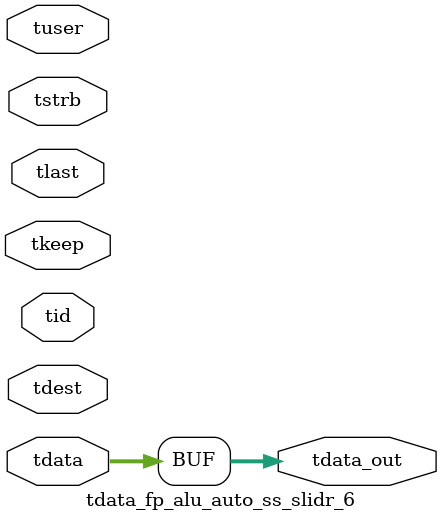
<source format=v>


`timescale 1ps/1ps

module tdata_fp_alu_auto_ss_slidr_6 #
(
parameter C_S_AXIS_TDATA_WIDTH = 32,
parameter C_S_AXIS_TUSER_WIDTH = 0,
parameter C_S_AXIS_TID_WIDTH   = 0,
parameter C_S_AXIS_TDEST_WIDTH = 0,
parameter C_M_AXIS_TDATA_WIDTH = 32
)
(
input  [(C_S_AXIS_TDATA_WIDTH == 0 ? 1 : C_S_AXIS_TDATA_WIDTH)-1:0     ] tdata,
input  [(C_S_AXIS_TUSER_WIDTH == 0 ? 1 : C_S_AXIS_TUSER_WIDTH)-1:0     ] tuser,
input  [(C_S_AXIS_TID_WIDTH   == 0 ? 1 : C_S_AXIS_TID_WIDTH)-1:0       ] tid,
input  [(C_S_AXIS_TDEST_WIDTH == 0 ? 1 : C_S_AXIS_TDEST_WIDTH)-1:0     ] tdest,
input  [(C_S_AXIS_TDATA_WIDTH/8)-1:0 ] tkeep,
input  [(C_S_AXIS_TDATA_WIDTH/8)-1:0 ] tstrb,
input                                                                    tlast,
output [C_M_AXIS_TDATA_WIDTH-1:0] tdata_out
);

assign tdata_out = {tdata[31:0]};

endmodule


</source>
